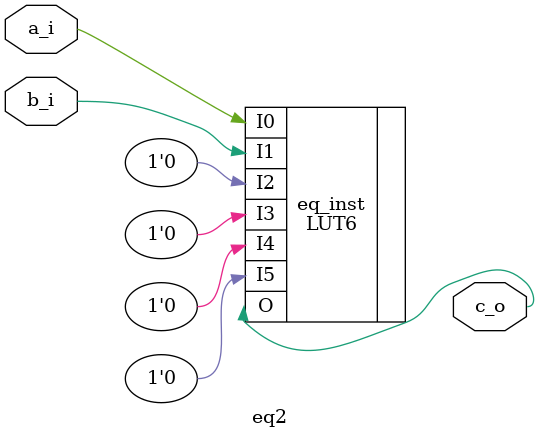
<source format=sv>
module eq2
  (input [0:0] a_i
  ,input [0:0] b_i
  ,output [0:0] c_o);

   // Implement a Two-Input Equality Module (eq2). You must use the LUT6 module.
   // 
   // Your code here:
   LUT6 #(.INIT(64'h0000_0000_0000_0009)) eq_inst(
   	.O(c_o),
   	.I0(a_i),
   	.I1(b_i),
   	.I2(1'b0),
   	.I3(1'b0),
   	.I4(1'b0),
   	.I5(1'b0));

endmodule

</source>
